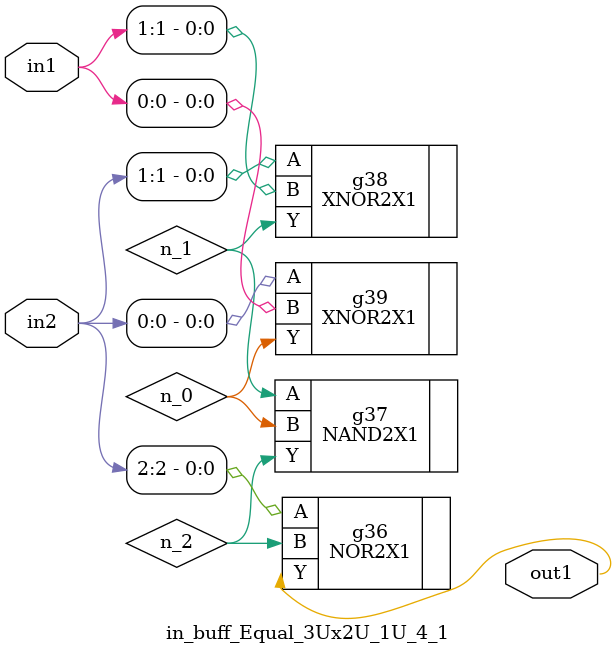
<source format=v>
`timescale 1ps / 1ps


module in_buff_Equal_3Ux2U_1U_4_1(in2, in1, out1);
  input [2:0] in2;
  input [1:0] in1;
  output out1;
  wire [2:0] in2;
  wire [1:0] in1;
  wire out1;
  wire n_0, n_1, n_2;
  NOR2X1 g36(.A (in2[2]), .B (n_2), .Y (out1));
  NAND2X1 g37(.A (n_1), .B (n_0), .Y (n_2));
  XNOR2X1 g38(.A (in2[1]), .B (in1[1]), .Y (n_1));
  XNOR2X1 g39(.A (in2[0]), .B (in1[0]), .Y (n_0));
endmodule



</source>
